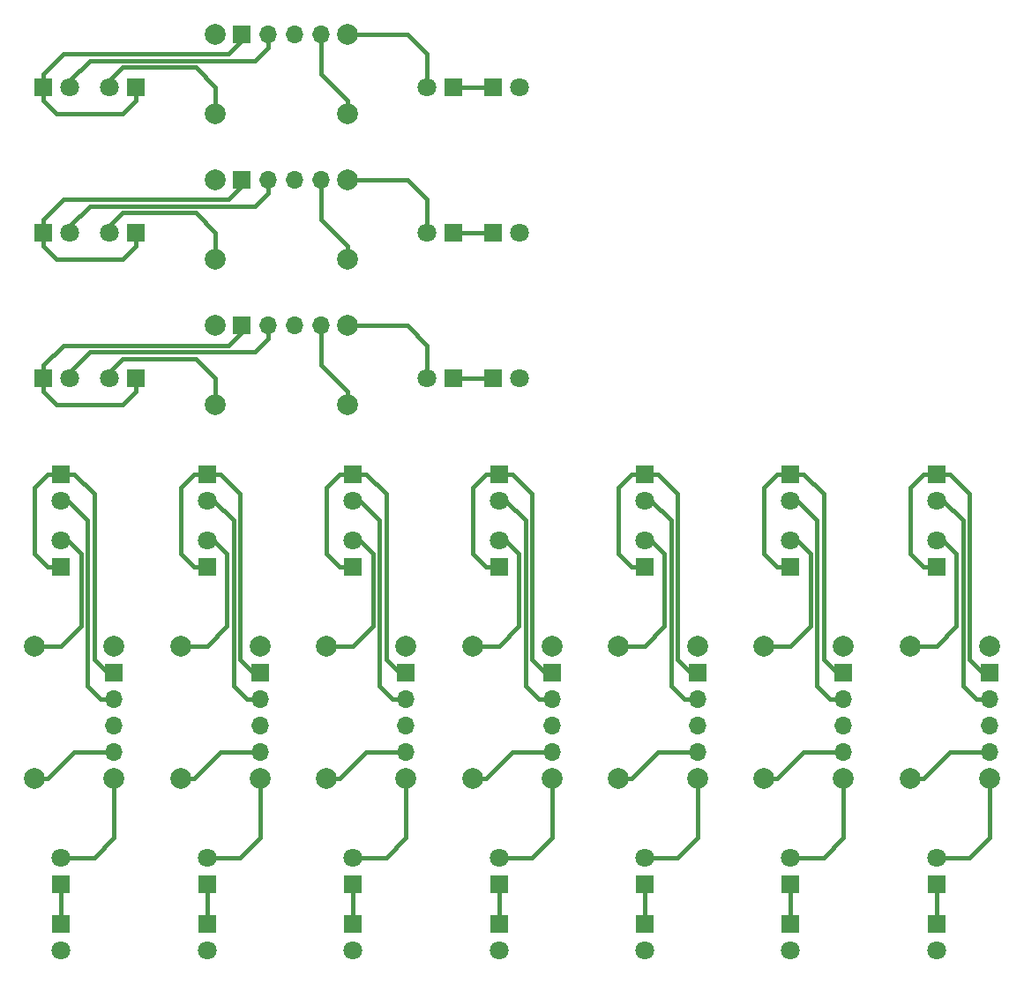
<source format=gtl>
%MOIN*%
%OFA0B0*%
%FSLAX46Y46*%
%IPPOS*%
%LPD*%
%ADD10C,0.0039370078740157488*%
%ADD11R,0.070866141732283464X0.070866141732283464*%
%ADD12C,0.070866141732283464*%
%ADD13C,0.07874015748031496*%
%ADD14R,0.066929133858267723X0.066929133858267723*%
%ADD15O,0.066929133858267723X0.066929133858267723*%
%ADD16C,0.016*%
%ADD27C,0.0039370078740157488*%
%ADD28R,0.070866141732283464X0.070866141732283464*%
%ADD29C,0.070866141732283464*%
%ADD30C,0.07874015748031496*%
%ADD31R,0.066929133858267723X0.066929133858267723*%
%ADD32O,0.066929133858267723X0.066929133858267723*%
%ADD33C,0.016*%
%ADD34C,0.0039370078740157488*%
%ADD35R,0.070866141732283464X0.070866141732283464*%
%ADD36C,0.070866141732283464*%
%ADD37C,0.07874015748031496*%
%ADD38R,0.066929133858267723X0.066929133858267723*%
%ADD39O,0.066929133858267723X0.066929133858267723*%
%ADD40C,0.016*%
%ADD41C,0.0039370078740157488*%
%ADD42R,0.070866141732283464X0.070866141732283464*%
%ADD43C,0.070866141732283464*%
%ADD44C,0.07874015748031496*%
%ADD45R,0.066929133858267723X0.066929133858267723*%
%ADD46O,0.066929133858267723X0.066929133858267723*%
%ADD47C,0.016*%
%ADD48C,0.0039370078740157488*%
%ADD49R,0.070866141732283464X0.070866141732283464*%
%ADD50C,0.070866141732283464*%
%ADD51C,0.07874015748031496*%
%ADD52R,0.066929133858267723X0.066929133858267723*%
%ADD53O,0.066929133858267723X0.066929133858267723*%
%ADD54C,0.016*%
%ADD55C,0.0039370078740157488*%
%ADD56R,0.070866141732283464X0.070866141732283464*%
%ADD57C,0.070866141732283464*%
%ADD58C,0.07874015748031496*%
%ADD59R,0.066929133858267723X0.066929133858267723*%
%ADD60O,0.066929133858267723X0.066929133858267723*%
%ADD61C,0.016*%
%ADD62C,0.0039370078740157488*%
%ADD63R,0.070866141732283464X0.070866141732283464*%
%ADD64C,0.070866141732283464*%
%ADD65C,0.07874015748031496*%
%ADD66R,0.066929133858267723X0.066929133858267723*%
%ADD67O,0.066929133858267723X0.066929133858267723*%
%ADD68C,0.016*%
%ADD69C,0.0039370078740157488*%
%ADD70R,0.070866141732283464X0.070866141732283464*%
%ADD71C,0.070866141732283464*%
%ADD72C,0.07874015748031496*%
%ADD73R,0.066929133858267723X0.066929133858267723*%
%ADD74O,0.066929133858267723X0.066929133858267723*%
%ADD75C,0.016*%
%ADD76C,0.0039370078740157488*%
%ADD77R,0.070866141732283464X0.070866141732283464*%
%ADD78C,0.070866141732283464*%
%ADD79C,0.07874015748031496*%
%ADD80R,0.066929133858267723X0.066929133858267723*%
%ADD81O,0.066929133858267723X0.066929133858267723*%
%ADD82C,0.016*%
%ADD83C,0.0039370078740157488*%
%ADD84R,0.070866141732283464X0.070866141732283464*%
%ADD85C,0.070866141732283464*%
%ADD86C,0.07874015748031496*%
%ADD87R,0.066929133858267723X0.066929133858267723*%
%ADD88O,0.066929133858267723X0.066929133858267723*%
%ADD89C,0.016*%
G01*
D10*
D11*
X-0005849999Y0004500000D02*
X0000175000Y0000200000D03*
D12*
X0000175000Y0000100000D03*
D11*
X0000175000Y0000350000D03*
D12*
X0000175000Y0000450000D03*
D13*
X0000375000Y0001250000D03*
X0000075000Y0001250000D03*
X0000075000Y0000750000D03*
X0000375000Y0000750000D03*
D14*
X0000375000Y0001150000D03*
D15*
X0000375000Y0001050000D03*
X0000375000Y0000950000D03*
X0000375000Y0000850000D03*
D11*
X0000175000Y0001550000D03*
D12*
X0000175000Y0001650000D03*
D11*
X0000175000Y0001900000D03*
D12*
X0000175000Y0001800000D03*
D16*
X0000175000Y0001900000D02*
X0000125000Y0001900000D01*
X0000125000Y0001900000D02*
X0000075000Y0001850000D01*
X0000375000Y0001150000D02*
X0000350000Y0001150000D01*
X0000350000Y0001150000D02*
X0000300000Y0001200000D01*
X0000225000Y0001900000D02*
X0000175000Y0001900000D01*
X0000300000Y0001825000D02*
X0000225000Y0001900000D01*
X0000300000Y0001200000D02*
X0000300000Y0001825000D01*
X0000075000Y0001850000D02*
X0000075000Y0001600000D01*
X0000075000Y0001600000D02*
X0000125000Y0001550000D01*
X0000175000Y0000200000D02*
X0000175000Y0000350000D01*
X0000125000Y0001550000D02*
X0000175000Y0001550000D01*
X0000175000Y0000450000D02*
X0000300000Y0000450000D01*
X0000300000Y0000450000D02*
X0000375000Y0000525000D01*
X0000375000Y0000525000D02*
X0000375000Y0000750000D01*
X0000250000Y0001600000D02*
X0000200000Y0001650000D01*
X0000250000Y0001325000D02*
X0000250000Y0001600000D01*
X0000200000Y0001650000D02*
X0000175000Y0001650000D01*
X0000175000Y0001250000D02*
X0000250000Y0001325000D01*
X0000075000Y0001250000D02*
X0000175000Y0001250000D01*
X0000175000Y0001800000D02*
X0000200000Y0001800000D01*
X0000200000Y0001800000D02*
X0000275000Y0001725000D01*
X0000275000Y0001725000D02*
X0000275000Y0001100000D01*
X0000275000Y0001100000D02*
X0000325000Y0001050000D01*
X0000325000Y0001050000D02*
X0000375000Y0001050000D01*
X0000075000Y0000750000D02*
X0000125000Y0000750000D01*
X0000225000Y0000850000D02*
X0000375000Y0000850000D01*
X0000125000Y0000750000D02*
X0000225000Y0000850000D01*
G04 next file*
G04 #@! TF.FileFunction,Copper,L1,Top,Signal*
G04 Gerber Fmt 4.6, Leading zero omitted, Abs format (unit mm)*
G04 Created by KiCad (PCBNEW 4.0.7) date 09/15/19 19:52:21*
G01*
G04 APERTURE LIST*
G04 APERTURE END LIST*
D27*
D28*
X-0002492126Y-0003763385D02*
X0001807873Y0002261614D03*
D29*
X0001907873Y0002261614D03*
D28*
X0001657873Y0002261614D03*
D29*
X0001557873Y0002261614D03*
D30*
X0000757873Y0002461614D03*
X0000757873Y0002161614D03*
X0001257873Y0002161614D03*
X0001257873Y0002461614D03*
D31*
X0000857873Y0002461614D03*
D32*
X0000957873Y0002461614D03*
X0001057873Y0002461614D03*
X0001157873Y0002461614D03*
D28*
X0000457873Y0002261614D03*
D29*
X0000357873Y0002261614D03*
D28*
X0000107873Y0002261614D03*
D29*
X0000207873Y0002261614D03*
D33*
X0000107873Y0002261614D02*
X0000107873Y0002211614D01*
X0000107873Y0002211614D02*
X0000157873Y0002161614D01*
X0000857873Y0002461614D02*
X0000857873Y0002436614D01*
X0000857873Y0002436614D02*
X0000807873Y0002386614D01*
X0000107873Y0002311614D02*
X0000107873Y0002261614D01*
X0000182873Y0002386614D02*
X0000107873Y0002311614D01*
X0000807873Y0002386614D02*
X0000182873Y0002386614D01*
X0000157873Y0002161614D02*
X0000407873Y0002161614D01*
X0000407873Y0002161614D02*
X0000457873Y0002211614D01*
X0001807873Y0002261614D02*
X0001657873Y0002261614D01*
X0000457873Y0002211614D02*
X0000457873Y0002261614D01*
X0001557873Y0002261614D02*
X0001557873Y0002386614D01*
X0001557873Y0002386614D02*
X0001482873Y0002461614D01*
X0001482873Y0002461614D02*
X0001257873Y0002461614D01*
X0000407873Y0002336614D02*
X0000357873Y0002286614D01*
X0000682873Y0002336614D02*
X0000407873Y0002336614D01*
X0000357873Y0002286614D02*
X0000357873Y0002261614D01*
X0000757873Y0002261614D02*
X0000682873Y0002336614D01*
X0000757873Y0002161614D02*
X0000757873Y0002261614D01*
X0000207873Y0002261614D02*
X0000207873Y0002286614D01*
X0000207873Y0002286614D02*
X0000282873Y0002361614D01*
X0000282873Y0002361614D02*
X0000907873Y0002361614D01*
X0000907873Y0002361614D02*
X0000957873Y0002411614D01*
X0000957873Y0002411614D02*
X0000957873Y0002461614D01*
X0001257873Y0002161614D02*
X0001257873Y0002211614D01*
X0001157873Y0002311614D02*
X0001157873Y0002461614D01*
X0001257873Y0002211614D02*
X0001157873Y0002311614D01*
G04 next file*
G04 #@! TF.FileFunction,Copper,L1,Top,Signal*
G04 Gerber Fmt 4.6, Leading zero omitted, Abs format (unit mm)*
G04 Created by KiCad (PCBNEW 4.0.7) date 09/15/19 19:52:21*
G01*
G04 APERTURE LIST*
G04 APERTURE END LIST*
D34*
D35*
X-0002492126Y-0003212204D02*
X0001807873Y0002812795D03*
D36*
X0001907873Y0002812795D03*
D35*
X0001657873Y0002812795D03*
D36*
X0001557873Y0002812795D03*
D37*
X0000757873Y0003012795D03*
X0000757873Y0002712795D03*
X0001257873Y0002712795D03*
X0001257873Y0003012795D03*
D38*
X0000857873Y0003012795D03*
D39*
X0000957873Y0003012795D03*
X0001057873Y0003012795D03*
X0001157873Y0003012795D03*
D35*
X0000457873Y0002812795D03*
D36*
X0000357873Y0002812795D03*
D35*
X0000107873Y0002812795D03*
D36*
X0000207873Y0002812795D03*
D40*
X0000107873Y0002812795D02*
X0000107873Y0002762795D01*
X0000107873Y0002762795D02*
X0000157873Y0002712795D01*
X0000857873Y0003012795D02*
X0000857873Y0002987795D01*
X0000857873Y0002987795D02*
X0000807873Y0002937795D01*
X0000107873Y0002862795D02*
X0000107873Y0002812795D01*
X0000182873Y0002937795D02*
X0000107873Y0002862795D01*
X0000807873Y0002937795D02*
X0000182873Y0002937795D01*
X0000157873Y0002712795D02*
X0000407873Y0002712795D01*
X0000407873Y0002712795D02*
X0000457873Y0002762795D01*
X0001807873Y0002812795D02*
X0001657873Y0002812795D01*
X0000457873Y0002762795D02*
X0000457873Y0002812795D01*
X0001557873Y0002812795D02*
X0001557873Y0002937795D01*
X0001557873Y0002937795D02*
X0001482873Y0003012795D01*
X0001482873Y0003012795D02*
X0001257873Y0003012795D01*
X0000407873Y0002887795D02*
X0000357873Y0002837795D01*
X0000682873Y0002887795D02*
X0000407873Y0002887795D01*
X0000357873Y0002837795D02*
X0000357873Y0002812795D01*
X0000757873Y0002812795D02*
X0000682873Y0002887795D01*
X0000757873Y0002712795D02*
X0000757873Y0002812795D01*
X0000207873Y0002812795D02*
X0000207873Y0002837795D01*
X0000207873Y0002837795D02*
X0000282873Y0002912795D01*
X0000282873Y0002912795D02*
X0000907873Y0002912795D01*
X0000907873Y0002912795D02*
X0000957873Y0002962795D01*
X0000957873Y0002962795D02*
X0000957873Y0003012795D01*
X0001257873Y0002712795D02*
X0001257873Y0002762795D01*
X0001157873Y0002862795D02*
X0001157873Y0003012795D01*
X0001257873Y0002762795D02*
X0001157873Y0002862795D01*
G04 next file*
G04 #@! TF.FileFunction,Copper,L1,Top,Signal*
G04 Gerber Fmt 4.6, Leading zero omitted, Abs format (unit mm)*
G04 Created by KiCad (PCBNEW 4.0.7) date 09/15/19 19:52:21*
G01*
G04 APERTURE LIST*
G04 APERTURE END LIST*
D41*
D42*
X-0002492126Y-0002661023D02*
X0001807873Y0003363976D03*
D43*
X0001907873Y0003363976D03*
D42*
X0001657873Y0003363976D03*
D43*
X0001557873Y0003363976D03*
D44*
X0000757873Y0003563976D03*
X0000757873Y0003263976D03*
X0001257873Y0003263976D03*
X0001257873Y0003563976D03*
D45*
X0000857873Y0003563976D03*
D46*
X0000957873Y0003563976D03*
X0001057873Y0003563976D03*
X0001157873Y0003563976D03*
D42*
X0000457873Y0003363976D03*
D43*
X0000357873Y0003363976D03*
D42*
X0000107873Y0003363976D03*
D43*
X0000207873Y0003363976D03*
D47*
X0000107873Y0003363976D02*
X0000107873Y0003313976D01*
X0000107873Y0003313976D02*
X0000157873Y0003263976D01*
X0000857873Y0003563976D02*
X0000857873Y0003538976D01*
X0000857873Y0003538976D02*
X0000807873Y0003488976D01*
X0000107873Y0003413976D02*
X0000107873Y0003363976D01*
X0000182873Y0003488976D02*
X0000107873Y0003413976D01*
X0000807873Y0003488976D02*
X0000182873Y0003488976D01*
X0000157873Y0003263976D02*
X0000407873Y0003263976D01*
X0000407873Y0003263976D02*
X0000457873Y0003313976D01*
X0001807873Y0003363976D02*
X0001657873Y0003363976D01*
X0000457873Y0003313976D02*
X0000457873Y0003363976D01*
X0001557873Y0003363976D02*
X0001557873Y0003488976D01*
X0001557873Y0003488976D02*
X0001482873Y0003563976D01*
X0001482873Y0003563976D02*
X0001257873Y0003563976D01*
X0000407873Y0003438976D02*
X0000357873Y0003388976D01*
X0000682873Y0003438976D02*
X0000407873Y0003438976D01*
X0000357873Y0003388976D02*
X0000357873Y0003363976D01*
X0000757873Y0003363976D02*
X0000682873Y0003438976D01*
X0000757873Y0003263976D02*
X0000757873Y0003363976D01*
X0000207873Y0003363976D02*
X0000207873Y0003388976D01*
X0000207873Y0003388976D02*
X0000282873Y0003463976D01*
X0000282873Y0003463976D02*
X0000907873Y0003463976D01*
X0000907873Y0003463976D02*
X0000957873Y0003513976D01*
X0000957873Y0003513976D02*
X0000957873Y0003563976D01*
X0001257873Y0003263976D02*
X0001257873Y0003313976D01*
X0001157873Y0003413976D02*
X0001157873Y0003563976D01*
X0001257873Y0003313976D02*
X0001157873Y0003413976D01*
G04 next file*
G04 #@! TF.FileFunction,Copper,L1,Top,Signal*
G04 Gerber Fmt 4.6, Leading zero omitted, Abs format (unit mm)*
G04 Created by KiCad (PCBNEW 4.0.7) date 09/15/19 19:52:21*
G01*
G04 APERTURE LIST*
G04 APERTURE END LIST*
D48*
D49*
X-0005298818Y0004500000D02*
X0000726181Y0000200000D03*
D50*
X0000726181Y0000100000D03*
D49*
X0000726181Y0000350000D03*
D50*
X0000726181Y0000450000D03*
D51*
X0000926181Y0001250000D03*
X0000626181Y0001250000D03*
X0000626181Y0000750000D03*
X0000926181Y0000750000D03*
D52*
X0000926181Y0001150000D03*
D53*
X0000926181Y0001050000D03*
X0000926181Y0000950000D03*
X0000926181Y0000850000D03*
D49*
X0000726181Y0001550000D03*
D50*
X0000726181Y0001650000D03*
D49*
X0000726181Y0001900000D03*
D50*
X0000726181Y0001800000D03*
D54*
X0000726181Y0001900000D02*
X0000676181Y0001900000D01*
X0000676181Y0001900000D02*
X0000626181Y0001850000D01*
X0000926181Y0001150000D02*
X0000901181Y0001150000D01*
X0000901181Y0001150000D02*
X0000851181Y0001200000D01*
X0000776181Y0001900000D02*
X0000726181Y0001900000D01*
X0000851181Y0001825000D02*
X0000776181Y0001900000D01*
X0000851181Y0001200000D02*
X0000851181Y0001825000D01*
X0000626181Y0001850000D02*
X0000626181Y0001600000D01*
X0000626181Y0001600000D02*
X0000676181Y0001550000D01*
X0000726181Y0000200000D02*
X0000726181Y0000350000D01*
X0000676181Y0001550000D02*
X0000726181Y0001550000D01*
X0000726181Y0000450000D02*
X0000851181Y0000450000D01*
X0000851181Y0000450000D02*
X0000926181Y0000525000D01*
X0000926181Y0000525000D02*
X0000926181Y0000750000D01*
X0000801181Y0001600000D02*
X0000751181Y0001650000D01*
X0000801181Y0001325000D02*
X0000801181Y0001600000D01*
X0000751181Y0001650000D02*
X0000726181Y0001650000D01*
X0000726181Y0001250000D02*
X0000801181Y0001325000D01*
X0000626181Y0001250000D02*
X0000726181Y0001250000D01*
X0000726181Y0001800000D02*
X0000751181Y0001800000D01*
X0000751181Y0001800000D02*
X0000826181Y0001725000D01*
X0000826181Y0001725000D02*
X0000826181Y0001100000D01*
X0000826181Y0001100000D02*
X0000876181Y0001050000D01*
X0000876181Y0001050000D02*
X0000926181Y0001050000D01*
X0000626181Y0000750000D02*
X0000676181Y0000750000D01*
X0000776181Y0000850000D02*
X0000926181Y0000850000D01*
X0000676181Y0000750000D02*
X0000776181Y0000850000D01*
G04 next file*
G04 #@! TF.FileFunction,Copper,L1,Top,Signal*
G04 Gerber Fmt 4.6, Leading zero omitted, Abs format (unit mm)*
G04 Created by KiCad (PCBNEW 4.0.7) date 09/15/19 19:52:21*
G01*
G04 APERTURE LIST*
G04 APERTURE END LIST*
D55*
D56*
X-0004747637Y0004500000D02*
X0001277362Y0000200000D03*
D57*
X0001277362Y0000100000D03*
D56*
X0001277362Y0000350000D03*
D57*
X0001277362Y0000450000D03*
D58*
X0001477362Y0001250000D03*
X0001177362Y0001250000D03*
X0001177362Y0000750000D03*
X0001477362Y0000750000D03*
D59*
X0001477362Y0001150000D03*
D60*
X0001477362Y0001050000D03*
X0001477362Y0000950000D03*
X0001477362Y0000850000D03*
D56*
X0001277362Y0001550000D03*
D57*
X0001277362Y0001650000D03*
D56*
X0001277362Y0001900000D03*
D57*
X0001277362Y0001800000D03*
D61*
X0001277362Y0001900000D02*
X0001227362Y0001900000D01*
X0001227362Y0001900000D02*
X0001177362Y0001850000D01*
X0001477362Y0001150000D02*
X0001452362Y0001150000D01*
X0001452362Y0001150000D02*
X0001402362Y0001200000D01*
X0001327362Y0001900000D02*
X0001277362Y0001900000D01*
X0001402362Y0001825000D02*
X0001327362Y0001900000D01*
X0001402362Y0001200000D02*
X0001402362Y0001825000D01*
X0001177362Y0001850000D02*
X0001177362Y0001600000D01*
X0001177362Y0001600000D02*
X0001227362Y0001550000D01*
X0001277362Y0000200000D02*
X0001277362Y0000350000D01*
X0001227362Y0001550000D02*
X0001277362Y0001550000D01*
X0001277362Y0000450000D02*
X0001402362Y0000450000D01*
X0001402362Y0000450000D02*
X0001477362Y0000525000D01*
X0001477362Y0000525000D02*
X0001477362Y0000750000D01*
X0001352362Y0001600000D02*
X0001302362Y0001650000D01*
X0001352362Y0001325000D02*
X0001352362Y0001600000D01*
X0001302362Y0001650000D02*
X0001277362Y0001650000D01*
X0001277362Y0001250000D02*
X0001352362Y0001325000D01*
X0001177362Y0001250000D02*
X0001277362Y0001250000D01*
X0001277362Y0001800000D02*
X0001302362Y0001800000D01*
X0001302362Y0001800000D02*
X0001377362Y0001725000D01*
X0001377362Y0001725000D02*
X0001377362Y0001100000D01*
X0001377362Y0001100000D02*
X0001427362Y0001050000D01*
X0001427362Y0001050000D02*
X0001477362Y0001050000D01*
X0001177362Y0000750000D02*
X0001227362Y0000750000D01*
X0001327362Y0000850000D02*
X0001477362Y0000850000D01*
X0001227362Y0000750000D02*
X0001327362Y0000850000D01*
G04 next file*
G04 #@! TF.FileFunction,Copper,L1,Top,Signal*
G04 Gerber Fmt 4.6, Leading zero omitted, Abs format (unit mm)*
G04 Created by KiCad (PCBNEW 4.0.7) date 09/15/19 19:52:21*
G01*
G04 APERTURE LIST*
G04 APERTURE END LIST*
D62*
D63*
X-0004196456Y0004500000D02*
X0001828543Y0000200000D03*
D64*
X0001828543Y0000100000D03*
D63*
X0001828543Y0000350000D03*
D64*
X0001828543Y0000450000D03*
D65*
X0002028543Y0001250000D03*
X0001728543Y0001250000D03*
X0001728543Y0000750000D03*
X0002028543Y0000750000D03*
D66*
X0002028543Y0001150000D03*
D67*
X0002028543Y0001050000D03*
X0002028543Y0000950000D03*
X0002028543Y0000850000D03*
D63*
X0001828543Y0001550000D03*
D64*
X0001828543Y0001650000D03*
D63*
X0001828543Y0001900000D03*
D64*
X0001828543Y0001800000D03*
D68*
X0001828543Y0001900000D02*
X0001778543Y0001900000D01*
X0001778543Y0001900000D02*
X0001728543Y0001850000D01*
X0002028543Y0001150000D02*
X0002003543Y0001150000D01*
X0002003543Y0001150000D02*
X0001953543Y0001200000D01*
X0001878543Y0001900000D02*
X0001828543Y0001900000D01*
X0001953543Y0001825000D02*
X0001878543Y0001900000D01*
X0001953543Y0001200000D02*
X0001953543Y0001825000D01*
X0001728543Y0001850000D02*
X0001728543Y0001600000D01*
X0001728543Y0001600000D02*
X0001778543Y0001550000D01*
X0001828543Y0000200000D02*
X0001828543Y0000350000D01*
X0001778543Y0001550000D02*
X0001828543Y0001550000D01*
X0001828543Y0000450000D02*
X0001953543Y0000450000D01*
X0001953543Y0000450000D02*
X0002028543Y0000525000D01*
X0002028543Y0000525000D02*
X0002028543Y0000750000D01*
X0001903543Y0001600000D02*
X0001853543Y0001650000D01*
X0001903543Y0001325000D02*
X0001903543Y0001600000D01*
X0001853543Y0001650000D02*
X0001828543Y0001650000D01*
X0001828543Y0001250000D02*
X0001903543Y0001325000D01*
X0001728543Y0001250000D02*
X0001828543Y0001250000D01*
X0001828543Y0001800000D02*
X0001853543Y0001800000D01*
X0001853543Y0001800000D02*
X0001928543Y0001725000D01*
X0001928543Y0001725000D02*
X0001928543Y0001100000D01*
X0001928543Y0001100000D02*
X0001978543Y0001050000D01*
X0001978543Y0001050000D02*
X0002028543Y0001050000D01*
X0001728543Y0000750000D02*
X0001778543Y0000750000D01*
X0001878543Y0000850000D02*
X0002028543Y0000850000D01*
X0001778543Y0000750000D02*
X0001878543Y0000850000D01*
G04 next file*
G04 #@! TF.FileFunction,Copper,L1,Top,Signal*
G04 Gerber Fmt 4.6, Leading zero omitted, Abs format (unit mm)*
G04 Created by KiCad (PCBNEW 4.0.7) date 09/15/19 19:52:21*
G01*
G04 APERTURE LIST*
G04 APERTURE END LIST*
D69*
D70*
X-0003645275Y0004500000D02*
X0002379724Y0000200000D03*
D71*
X0002379724Y0000100000D03*
D70*
X0002379724Y0000350000D03*
D71*
X0002379724Y0000450000D03*
D72*
X0002579724Y0001250000D03*
X0002279724Y0001250000D03*
X0002279724Y0000750000D03*
X0002579724Y0000750000D03*
D73*
X0002579724Y0001150000D03*
D74*
X0002579724Y0001050000D03*
X0002579724Y0000950000D03*
X0002579724Y0000850000D03*
D70*
X0002379724Y0001550000D03*
D71*
X0002379724Y0001650000D03*
D70*
X0002379724Y0001900000D03*
D71*
X0002379724Y0001800000D03*
D75*
X0002379724Y0001900000D02*
X0002329724Y0001900000D01*
X0002329724Y0001900000D02*
X0002279724Y0001850000D01*
X0002579724Y0001150000D02*
X0002554724Y0001150000D01*
X0002554724Y0001150000D02*
X0002504724Y0001200000D01*
X0002429724Y0001900000D02*
X0002379724Y0001900000D01*
X0002504724Y0001825000D02*
X0002429724Y0001900000D01*
X0002504724Y0001200000D02*
X0002504724Y0001825000D01*
X0002279724Y0001850000D02*
X0002279724Y0001600000D01*
X0002279724Y0001600000D02*
X0002329724Y0001550000D01*
X0002379724Y0000200000D02*
X0002379724Y0000350000D01*
X0002329724Y0001550000D02*
X0002379724Y0001550000D01*
X0002379724Y0000450000D02*
X0002504724Y0000450000D01*
X0002504724Y0000450000D02*
X0002579724Y0000525000D01*
X0002579724Y0000525000D02*
X0002579724Y0000750000D01*
X0002454724Y0001600000D02*
X0002404724Y0001650000D01*
X0002454724Y0001325000D02*
X0002454724Y0001600000D01*
X0002404724Y0001650000D02*
X0002379724Y0001650000D01*
X0002379724Y0001250000D02*
X0002454724Y0001325000D01*
X0002279724Y0001250000D02*
X0002379724Y0001250000D01*
X0002379724Y0001800000D02*
X0002404724Y0001800000D01*
X0002404724Y0001800000D02*
X0002479724Y0001725000D01*
X0002479724Y0001725000D02*
X0002479724Y0001100000D01*
X0002479724Y0001100000D02*
X0002529724Y0001050000D01*
X0002529724Y0001050000D02*
X0002579724Y0001050000D01*
X0002279724Y0000750000D02*
X0002329724Y0000750000D01*
X0002429724Y0000850000D02*
X0002579724Y0000850000D01*
X0002329724Y0000750000D02*
X0002429724Y0000850000D01*
G04 next file*
G04 #@! TF.FileFunction,Copper,L1,Top,Signal*
G04 Gerber Fmt 4.6, Leading zero omitted, Abs format (unit mm)*
G04 Created by KiCad (PCBNEW 4.0.7) date 09/15/19 19:52:21*
G01*
G04 APERTURE LIST*
G04 APERTURE END LIST*
D76*
D77*
X-0003094094Y0004500000D02*
X0002930905Y0000200000D03*
D78*
X0002930905Y0000100000D03*
D77*
X0002930905Y0000350000D03*
D78*
X0002930905Y0000450000D03*
D79*
X0003130905Y0001250000D03*
X0002830905Y0001250000D03*
X0002830905Y0000750000D03*
X0003130905Y0000750000D03*
D80*
X0003130905Y0001150000D03*
D81*
X0003130905Y0001050000D03*
X0003130905Y0000950000D03*
X0003130905Y0000850000D03*
D77*
X0002930905Y0001550000D03*
D78*
X0002930905Y0001650000D03*
D77*
X0002930905Y0001900000D03*
D78*
X0002930905Y0001800000D03*
D82*
X0002930905Y0001900000D02*
X0002880905Y0001900000D01*
X0002880905Y0001900000D02*
X0002830905Y0001850000D01*
X0003130905Y0001150000D02*
X0003105905Y0001150000D01*
X0003105905Y0001150000D02*
X0003055905Y0001200000D01*
X0002980905Y0001900000D02*
X0002930905Y0001900000D01*
X0003055905Y0001825000D02*
X0002980905Y0001900000D01*
X0003055905Y0001200000D02*
X0003055905Y0001825000D01*
X0002830905Y0001850000D02*
X0002830905Y0001600000D01*
X0002830905Y0001600000D02*
X0002880905Y0001550000D01*
X0002930905Y0000200000D02*
X0002930905Y0000350000D01*
X0002880905Y0001550000D02*
X0002930905Y0001550000D01*
X0002930905Y0000450000D02*
X0003055905Y0000450000D01*
X0003055905Y0000450000D02*
X0003130905Y0000525000D01*
X0003130905Y0000525000D02*
X0003130905Y0000750000D01*
X0003005905Y0001600000D02*
X0002955905Y0001650000D01*
X0003005905Y0001325000D02*
X0003005905Y0001600000D01*
X0002955905Y0001650000D02*
X0002930905Y0001650000D01*
X0002930905Y0001250000D02*
X0003005905Y0001325000D01*
X0002830905Y0001250000D02*
X0002930905Y0001250000D01*
X0002930905Y0001800000D02*
X0002955905Y0001800000D01*
X0002955905Y0001800000D02*
X0003030905Y0001725000D01*
X0003030905Y0001725000D02*
X0003030905Y0001100000D01*
X0003030905Y0001100000D02*
X0003080905Y0001050000D01*
X0003080905Y0001050000D02*
X0003130905Y0001050000D01*
X0002830905Y0000750000D02*
X0002880905Y0000750000D01*
X0002980905Y0000850000D02*
X0003130905Y0000850000D01*
X0002880905Y0000750000D02*
X0002980905Y0000850000D01*
G04 next file*
G04 #@! TF.FileFunction,Copper,L1,Top,Signal*
G04 Gerber Fmt 4.6, Leading zero omitted, Abs format (unit mm)*
G04 Created by KiCad (PCBNEW 4.0.7) date 09/15/19 19:52:21*
G01*
G04 APERTURE LIST*
G04 APERTURE END LIST*
D83*
D84*
X-0002542913Y0004500000D02*
X0003482086Y0000200000D03*
D85*
X0003482086Y0000100000D03*
D84*
X0003482086Y0000350000D03*
D85*
X0003482086Y0000450000D03*
D86*
X0003682086Y0001250000D03*
X0003382086Y0001250000D03*
X0003382086Y0000750000D03*
X0003682086Y0000750000D03*
D87*
X0003682086Y0001150000D03*
D88*
X0003682086Y0001050000D03*
X0003682086Y0000950000D03*
X0003682086Y0000850000D03*
D84*
X0003482086Y0001550000D03*
D85*
X0003482086Y0001650000D03*
D84*
X0003482086Y0001900000D03*
D85*
X0003482086Y0001800000D03*
D89*
X0003482086Y0001900000D02*
X0003432086Y0001900000D01*
X0003432086Y0001900000D02*
X0003382086Y0001850000D01*
X0003682086Y0001150000D02*
X0003657086Y0001150000D01*
X0003657086Y0001150000D02*
X0003607086Y0001200000D01*
X0003532086Y0001900000D02*
X0003482086Y0001900000D01*
X0003607086Y0001825000D02*
X0003532086Y0001900000D01*
X0003607086Y0001200000D02*
X0003607086Y0001825000D01*
X0003382086Y0001850000D02*
X0003382086Y0001600000D01*
X0003382086Y0001600000D02*
X0003432086Y0001550000D01*
X0003482086Y0000200000D02*
X0003482086Y0000350000D01*
X0003432086Y0001550000D02*
X0003482086Y0001550000D01*
X0003482086Y0000450000D02*
X0003607086Y0000450000D01*
X0003607086Y0000450000D02*
X0003682086Y0000525000D01*
X0003682086Y0000525000D02*
X0003682086Y0000750000D01*
X0003557086Y0001600000D02*
X0003507086Y0001650000D01*
X0003557086Y0001325000D02*
X0003557086Y0001600000D01*
X0003507086Y0001650000D02*
X0003482086Y0001650000D01*
X0003482086Y0001250000D02*
X0003557086Y0001325000D01*
X0003382086Y0001250000D02*
X0003482086Y0001250000D01*
X0003482086Y0001800000D02*
X0003507086Y0001800000D01*
X0003507086Y0001800000D02*
X0003582086Y0001725000D01*
X0003582086Y0001725000D02*
X0003582086Y0001100000D01*
X0003582086Y0001100000D02*
X0003632086Y0001050000D01*
X0003632086Y0001050000D02*
X0003682086Y0001050000D01*
X0003382086Y0000750000D02*
X0003432086Y0000750000D01*
X0003532086Y0000850000D02*
X0003682086Y0000850000D01*
X0003432086Y0000750000D02*
X0003532086Y0000850000D01*
M02*
</source>
